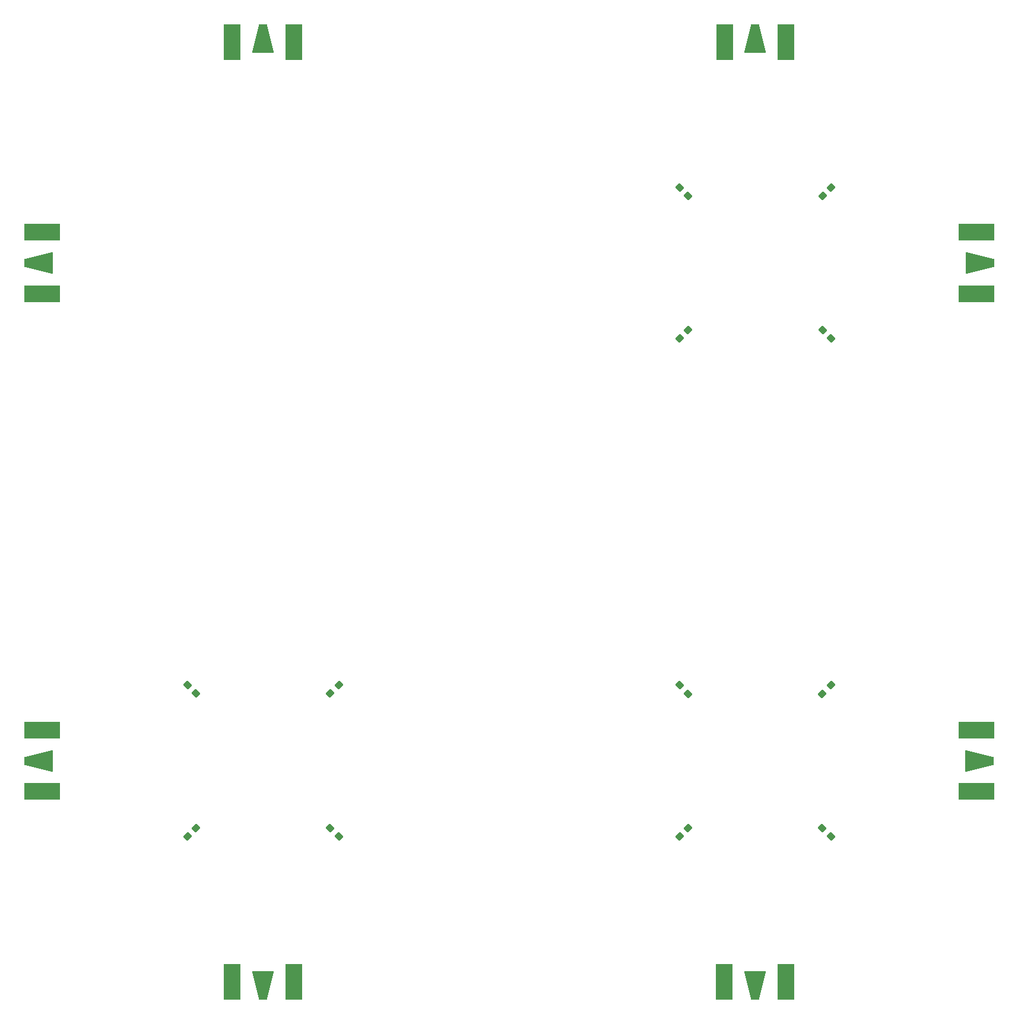
<source format=gbr>
%TF.GenerationSoftware,KiCad,Pcbnew,6.0.6-3a73a75311~116~ubuntu20.04.1*%
%TF.CreationDate,2022-06-30T05:51:01+02:00*%
%TF.ProjectId,panel_v3,70616e65-6c5f-4763-932e-6b696361645f,rev?*%
%TF.SameCoordinates,Original*%
%TF.FileFunction,Soldermask,Top*%
%TF.FilePolarity,Negative*%
%FSLAX46Y46*%
G04 Gerber Fmt 4.6, Leading zero omitted, Abs format (unit mm)*
G04 Created by KiCad (PCBNEW 6.0.6-3a73a75311~116~ubuntu20.04.1) date 2022-06-30 05:51:01*
%MOMM*%
%LPD*%
G01*
G04 APERTURE LIST*
G04 Aperture macros list*
%AMRoundRect*
0 Rectangle with rounded corners*
0 $1 Rounding radius*
0 $2 $3 $4 $5 $6 $7 $8 $9 X,Y pos of 4 corners*
0 Add a 4 corners polygon primitive as box body*
4,1,4,$2,$3,$4,$5,$6,$7,$8,$9,$2,$3,0*
0 Add four circle primitives for the rounded corners*
1,1,$1+$1,$2,$3*
1,1,$1+$1,$4,$5*
1,1,$1+$1,$6,$7*
1,1,$1+$1,$8,$9*
0 Add four rect primitives between the rounded corners*
20,1,$1+$1,$2,$3,$4,$5,0*
20,1,$1+$1,$4,$5,$6,$7,0*
20,1,$1+$1,$6,$7,$8,$9,0*
20,1,$1+$1,$8,$9,$2,$3,0*%
%AMOutline4P*
0 Free polygon, 4 corners , with rotation*
0 The origin of the aperture is its center*
0 number of corners: always 4*
0 $1 to $8 corner X, Y*
0 $9 Rotation angle, in degrees counterclockwise*
0 create outline with 4 corners*
4,1,4,$1,$2,$3,$4,$5,$6,$7,$8,$1,$2,$9*%
G04 Aperture macros list end*
%ADD10Outline4P,-2.000000X-0.550000X2.000000X-1.550000X2.000000X1.550000X-2.000000X0.550000X90.000000*%
%ADD11R,2.420000X5.080000*%
%ADD12Outline4P,-2.000000X-0.550000X2.000000X-1.550000X2.000000X1.550000X-2.000000X0.550000X270.000000*%
%ADD13RoundRect,0.237500X0.380070X-0.044194X-0.044194X0.380070X-0.380070X0.044194X0.044194X-0.380070X0*%
%ADD14Outline4P,-2.000000X-0.550000X2.000000X-1.550000X2.000000X1.550000X-2.000000X0.550000X0.000000*%
%ADD15R,5.080000X2.420000*%
%ADD16RoundRect,0.237500X-0.044194X-0.380070X0.380070X0.044194X0.044194X0.380070X-0.380070X-0.044194X0*%
%ADD17RoundRect,0.237500X0.044194X0.380070X-0.380070X-0.044194X-0.044194X-0.380070X0.380070X0.044194X0*%
%ADD18RoundRect,0.237500X-0.380070X0.044194X0.044194X-0.380070X0.380070X-0.044194X-0.044194X0.380070X0*%
%ADD19Outline4P,-2.000000X-0.550000X2.000000X-1.550000X2.000000X1.550000X-2.000000X0.550000X180.000000*%
G04 APERTURE END LIST*
D10*
%TO.C,JA1*%
X59805838Y-166012580D03*
D11*
X64185838Y-165512580D03*
X55425838Y-165512580D03*
%TD*%
D10*
%TO.C,JA1*%
X129989947Y-166021704D03*
D11*
X134369947Y-165521704D03*
X125609947Y-165521704D03*
%TD*%
D12*
%TO.C,JA1*%
X130012214Y-30981325D03*
D11*
X125632214Y-31481325D03*
X134392214Y-31481325D03*
%TD*%
D13*
%TO.C,CE3*%
X120421010Y-124442142D03*
X119201250Y-123222382D03*
%TD*%
D14*
%TO.C,JA1*%
X27780000Y-62990218D03*
D15*
X28280000Y-67370218D03*
X28280000Y-58610218D03*
%TD*%
D14*
%TO.C,JA1*%
X27793683Y-133993117D03*
D15*
X28293683Y-138373117D03*
X28293683Y-129613117D03*
%TD*%
D13*
%TO.C,CC2*%
X50228891Y-124421090D03*
X49009131Y-123201330D03*
%TD*%
D16*
%TO.C,CC3*%
X69373807Y-124421090D03*
X70593567Y-123201330D03*
%TD*%
D17*
%TO.C,CC1*%
X50228891Y-143566006D03*
X49009131Y-144785766D03*
%TD*%
D12*
%TO.C,JA1*%
X59803119Y-30981325D03*
D11*
X55423119Y-31481325D03*
X64183119Y-31481325D03*
%TD*%
D18*
%TO.C,CC4*%
X69373807Y-143566006D03*
X70593567Y-144785766D03*
%TD*%
D19*
%TO.C,JA1*%
X162021772Y-134009327D03*
D15*
X161521772Y-129629327D03*
X161521772Y-138389327D03*
%TD*%
D18*
%TO.C,CE1*%
X139565926Y-143587058D03*
X140785686Y-144806818D03*
%TD*%
D17*
%TO.C,CB3*%
X120442091Y-72572458D03*
X119222331Y-73792218D03*
%TD*%
D19*
%TO.C,JA1*%
X162031147Y-62998248D03*
D15*
X161531147Y-58618248D03*
X161531147Y-67378248D03*
%TD*%
D13*
%TO.C,CB4*%
X120442091Y-53427542D03*
X119222331Y-52207782D03*
%TD*%
D17*
%TO.C,CE2*%
X120421010Y-143587058D03*
X119201250Y-144806818D03*
%TD*%
D18*
%TO.C,CB2*%
X139587007Y-72572458D03*
X140806767Y-73792218D03*
%TD*%
D16*
%TO.C,CB1*%
X139587007Y-53427542D03*
X140806767Y-52207782D03*
%TD*%
%TO.C,CD4*%
X139565926Y-124442142D03*
X140785686Y-123222382D03*
%TD*%
M02*

</source>
